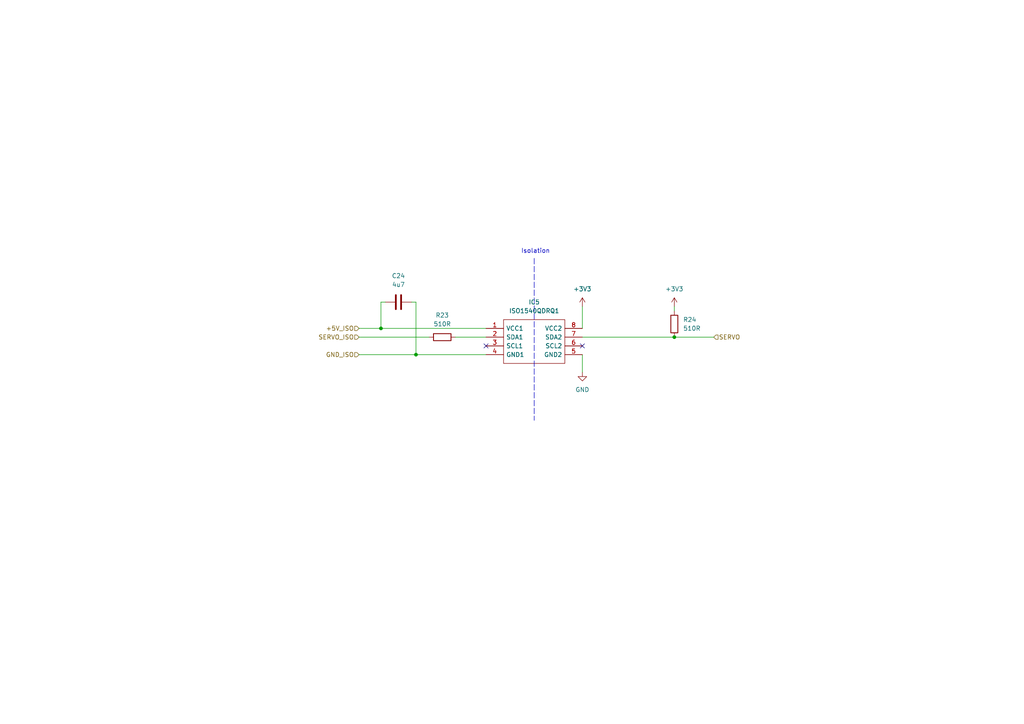
<source format=kicad_sch>
(kicad_sch (version 20211123) (generator eeschema)
  (paper "A4")
  (lib_symbols
    (symbol "Device:C" (pin_numbers hide) (pin_names (offset 0.254))
      (property "Reference" "C" (at 0.635 2.54 0))
      (property "Value" "C" (at 0.635 -2.54 0))
      (symbol "C_0_1"
        (polyline (pts (xy -2.032 -0.762) (xy 2.032 -0.762)) (stroke (width 0.508)))
        (polyline (pts (xy -2.032 0.762) (xy 2.032 0.762)) (stroke (width 0.508)))
      )
      (symbol "C_1_1"
        (pin passive line (at 0 3.81 270) (length 2.794) (name "~") (number "1"))
        (pin passive line (at 0 -3.81 90) (length 2.794) (name "~") (number "2"))
      )
    )
    (symbol "Device:R" (pin_numbers hide) (pin_names (offset 0))
      (property "Reference" "R" (at 2.032 0 90))
      (property "Value" "R" (at 0 0 90))
      (symbol "R_0_1"
        (rectangle (start -1.016 -2.54) (end 1.016 2.54) (stroke (width 0.254)))
      )
      (symbol "R_1_1"
        (pin passive line (at 0 3.81 270) (length 1.27) (name "~") (number "1"))
        (pin passive line (at 0 -3.81 90) (length 1.27) (name "~") (number "2"))
      )
    )
    (symbol "MA_General:ISO1540QDRQ1" (pin_names (offset 0.762))
      (property "Reference" "IC" (at 24.13 7.62 0))
      (property "Value" "ISO1540QDRQ1" (at 24.13 5.08 0))
      (symbol "ISO1540QDRQ1_0_0"
        (pin passive line (at 0 0 0) (length 5.08) (name "VCC1") (number "1"))
        (pin passive line (at 0 -2.54 0) (length 5.08) (name "SDA1") (number "2"))
        (pin passive line (at 0 -5.08 0) (length 5.08) (name "SCL1") (number "3"))
        (pin passive line (at 0 -7.62 0) (length 5.08) (name "GND1") (number "4"))
        (pin passive line (at 27.94 -7.62 180) (length 5.08) (name "GND2") (number "5"))
        (pin passive line (at 27.94 -5.08 180) (length 5.08) (name "SCL2") (number "6"))
        (pin passive line (at 27.94 -2.54 180) (length 5.08) (name "SDA2") (number "7"))
        (pin passive line (at 27.94 0 180) (length 5.08) (name "VCC2") (number "8"))
      )
      (symbol "ISO1540QDRQ1_0_1"
        (polyline (pts (xy 5.08 2.54) (xy 22.86 2.54) (xy 22.86 -10.16) (xy 5.08 -10.16) (xy 5.08 2.54)) (stroke (width 0.1524)))
      )
    )
    (symbol "power:+3V3" (power) (pin_names (offset 0))
      (property "Value" "+3V3" (at 0 3.556 0))
      (symbol "+3V3_0_1"
        (polyline (pts (xy -0.762 1.27) (xy 0 2.54)))
        (polyline (pts (xy 0 0) (xy 0 2.54)))
        (polyline (pts (xy 0 2.54) (xy 0.762 1.27)))
      )
      (symbol "+3V3_1_1"
        (pin power_in line (at 0 0 90) (length 0) hide (name "+3V3") (number "1"))
      )
    )
    (symbol "power:GND" (power) (pin_names (offset 0))
      (property "Value" "GND" (at 0 -3.81 0))
      (symbol "GND_0_1"
        (polyline (pts (xy 0 0) (xy 0 -1.27) (xy 1.27 -1.27) (xy 0 -2.54) (xy -1.27 -1.27) (xy 0 -1.27)))
      )
      (symbol "GND_1_1"
        (pin power_in line (at 0 0 270) (length 0) hide (name "GND") (number "1"))
      )
    )
  )
  (junction (at 120.65 102.87))
  (junction (at 110.49 95.25))
  (junction (at 195.58 97.79))
  (no_connect (at 140.97 100.33))
  (no_connect (at 168.91 100.33))
  (wire (pts (xy 168.91 102.87) (xy 168.91 107.95)))
  (wire (pts (xy 110.49 95.25) (xy 140.97 95.25)))
  (wire (pts (xy 168.91 88.9) (xy 168.91 95.25)))
  (wire (pts (xy 110.49 87.63) (xy 110.49 95.25)))
  (wire (pts (xy 120.65 102.87) (xy 140.97 102.87)))
  (wire (pts (xy 104.14 102.87) (xy 120.65 102.87)))
  (wire (pts (xy 132.08 97.79) (xy 140.97 97.79)))
  (wire (pts (xy 120.65 87.63) (xy 119.38 87.63)))
  (wire (pts (xy 195.58 88.9) (xy 195.58 90.17)))
  (wire (pts (xy 195.58 97.79) (xy 207.01 97.79)))
  (wire (pts (xy 120.65 87.63) (xy 120.65 102.87)))
  (wire (pts (xy 168.91 97.79) (xy 195.58 97.79)))
  (polyline (pts (xy 154.94 74.93) (xy 154.94 121.92)))
  (wire (pts (xy 110.49 87.63) (xy 111.76 87.63)))
  (wire (pts (xy 104.14 97.79) (xy 124.46 97.79)))
  (wire (pts (xy 104.14 95.25) (xy 110.49 95.25)))
  (text "Isolation" (at 151.13 73.66 0) (effects (font (size 1.27 1.27)) (justify left bottom)))
  (hierarchical_label "SERVO_ISO" (shape input) (at 104.14 97.79 180))
  (hierarchical_label "GND_ISO" (shape input) (at 104.14 102.87 180))
  (hierarchical_label "SERVO" (shape input) (at 207.01 97.79 0))
  (hierarchical_label "+5V_ISO" (shape input) (at 104.14 95.25 180))
  (symbol (lib_id "power:GND") (at 168.91 107.95 0) (unit 1)
    (property "Reference" "#PWR0148" (effects hide))
    (property "Value" "GND" (at 168.91 113.03 0))
  )
  (symbol (lib_id "MA_General:ISO1540QDRQ1") (at 140.97 95.25 0) (unit 1)
    (property "Reference" "IC5" (at 154.94 87.63 0))
    (property "Value" "ISO1540QDRQ1" (at 154.94 90.17 0))
    (property "Footprint" "SOIC127P600X175-8N" (effects hide))
    (property "Datasheet" "http://www.ti.com/lit/ds/symlink/iso1540-q1.pdf" (effects hide))
    (property "Description" "TEXAS INSTRUMENTS - ISO1540QDRQ1 - DIGITAL ISOLATOR, 2-CH, WSOIC-8" (effects hide))
    (property "Height" "1.75" (effects hide))
    (property "Mouser Part Number" "595-ISO1540QDRQ1" (effects hide))
    (property "Mouser Price/Stock" "https://www.mouser.co.uk/ProductDetail/Texas-Instruments/ISO1540QDRQ1?qs=34RfhUjJmKcxj32K9NjTvg%3D%3D" (effects hide))
    (property "Manufacturer_Name" "Texas Instruments" (effects hide))
    (property "Manufacturer_Part_Number" "ISO1540QDRQ1" (effects hide))
  )
  (symbol (lib_id "Device:C") (at 115.57 87.63 90) (unit 1)
    (property "Reference" "C24" (at 115.57 80.01 90))
    (property "Value" "4u7" (at 115.57 82.55 90))
    (property "Footprint" "Capacitor_SMD:C_0603_1608Metric" (effects hide))
  )
  (symbol (lib_id "power:+3V3") (at 195.58 88.9 0) (unit 1)
    (property "Reference" "#PWR0147" (effects hide))
    (property "Value" "+3V3" (at 195.58 83.82 0))
  )
  (symbol (lib_id "Device:R") (at 128.27 97.79 90) (unit 1)
    (property "Reference" "R23" (at 128.27 91.44 90))
    (property "Value" "510R" (at 128.27 93.98 90))
    (property "Footprint" "Resistor_SMD:R_0603_1608Metric" (effects hide))
  )
  (symbol (lib_id "power:+3V3") (at 168.91 88.9 0) (unit 1)
    (property "Reference" "#PWR0149" (effects hide))
    (property "Value" "+3V3" (at 168.91 83.82 0))
  )
  (symbol (lib_id "Device:R") (at 195.58 93.98 180) (unit 1)
    (property "Reference" "R24" (at 198.12 92.7099 0) (effects (justify right)))
    (property "Value" "510R" (at 198.12 95.2499 0) (effects (justify right)))
    (property "Footprint" "Resistor_SMD:R_0603_1608Metric" (effects hide))
  )
)
</source>
